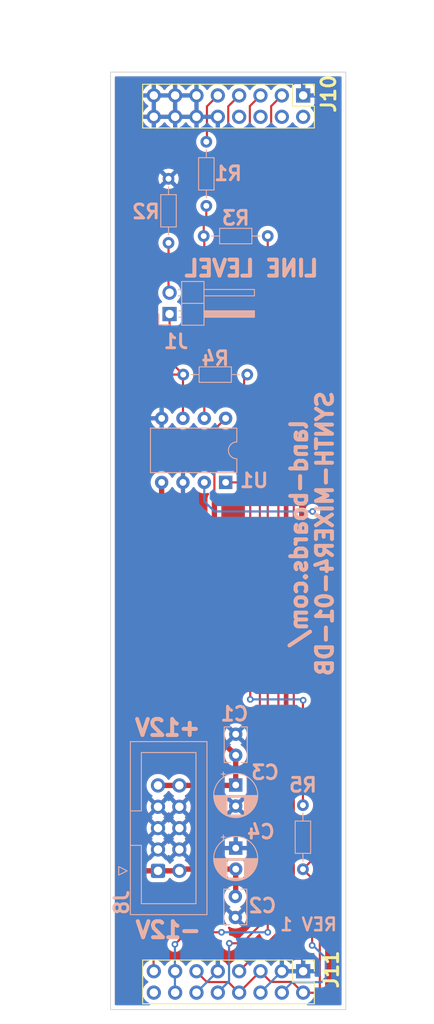
<source format=kicad_pcb>
(kicad_pcb (version 20211014) (generator pcbnew)
  (title_block (title "SYNTH-MIXER6-01") (date "2022-09-30") (rev "1") (company "LAND BOARDS, LLC"))
  (layers (0 "F.Cu" signal) (31 "B.Cu" signal) (34 "B.Paste" user) (35 "F.Paste" user) (36 "B.SilkS" user "B.Silkscreen") (37 "F.SilkS" user "F.Silkscreen") (38 "B.Mask" user) (39 "F.Mask" user) (44 "Edge.Cuts" user))
  (net 0 "")
  (net 1 "GND")
  (net 2 "Net-(J1-Pad2)")
  (net 6 "+12V")
  (net 7 "-12V")
  (net 8 "/OUT")
  (net 9 "/POTWIPER_1")
  (net 10 "/VOL2")
  (net 11 "/VOL1")
  (net 12 "Net-(R4-Pad1)")
  (net 13 "/VO")
  (net 14 "/VI_2")
  (net 15 "/VI_3")
  (net 16 "/VI_4")
  (footprint "Connector_PinHeader_2.54mm:PinHeader_2x08_P2.54mm_Vertical" (layer "F.Cu") (at 24.0284 115.443 -90)
    (fp_text reference "J11" (at -0.2032 -3.3528 90) (layer "F.SilkS") (effects (font (size 1.651 1.651) (thickness 0.34925))))
    (fp_text value "HEADER, 2X8")
    (fp_line (start -1.33 1.27) (end -1.33 19.11) (layer "F.SilkS") (width 0.12))
    (fp_line (start -1.33 19.11) (end 3.87 19.11) (layer "F.SilkS") (width 0.12))
    (fp_line (start -1.33 1.27) (end 1.27 1.27) (layer "F.SilkS") (width 0.12))
    (fp_line (start 1.27 -1.33) (end 3.87 -1.33) (layer "F.SilkS") (width 0.12))
    (fp_line (start -1.33 -1.33) (end 0 -1.33) (layer "F.SilkS") (width 0.12))
    (fp_line (start -1.33 0) (end -1.33 -1.33) (layer "F.SilkS") (width 0.12))
    (fp_line (start 3.87 -1.33) (end 3.87 19.11) (layer "F.SilkS") (width 0.12))
    (fp_line (start 1.27 1.27) (end 1.27 -1.33) (layer "F.SilkS") (width 0.12))
    (pad "1" thru_hole rect (at 0 0 270) (size 1.7 1.7) (drill 1) (layers *.Cu *.Mask) (net 1 "GND"))
    (pad "2" thru_hole oval (at 2.54 0 270) (size 1.7 1.7) (drill 1) (layers *.Cu *.Mask) (net 9 "/POTWIPER_1"))
    (pad "3" thru_hole oval (at 0 2.54 270) (size 1.7 1.7) (drill 1) (layers *.Cu *.Mask) (net 1 "GND"))
    (pad "4" thru_hole oval (at 2.54 2.54 270) (size 1.7 1.7) (drill 1) (layers *.Cu *.Mask) (net 14 "/VI_2"))
    (pad "5" thru_hole oval (at 0 5.08 270) (size 1.7 1.7) (drill 1) (layers *.Cu *.Mask) (net 9 "/POTWIPER_1"))
    (pad "6" thru_hole oval (at 2.54 5.08 270) (size 1.7 1.7) (drill 1) (layers *.Cu *.Mask) (net 1 "GND"))
    (pad "7" thru_hole oval (at 0 7.62 270) (size 1.7 1.7) (drill 1) (layers *.Cu *.Mask) (net 15 "/VI_3"))
    (pad "8" thru_hole oval (at 2.54 7.62 270) (size 1.7 1.7) (drill 1) (layers *.Cu *.Mask) (net 9 "/POTWIPER_1"))
    (pad "9" thru_hole oval (at 0 10.16 270) (size 1.7 1.7) (drill 1) (layers *.Cu *.Mask) (net 1 "GND"))
    (pad "10" thru_hole oval (at 2.54 10.16 270) (size 1.7 1.7) (drill 1) (layers *.Cu *.Mask) (net 16 "/VI_4"))
    (pad "11" thru_hole oval (at 0 12.7 270) (size 1.7 1.7) (drill 1) (layers *.Cu *.Mask) (net 9 "/POTWIPER_1"))
    (pad "12" thru_hole oval (at 2.54 12.7 270) (size 1.7 1.7) (drill 1) (layers *.Cu *.Mask) (net 1 "GND"))
    (pad "13" thru_hole oval (at 0 15.24 270) (size 1.7 1.7) (drill 1) (layers *.Cu *.Mask) (net 11 "/VOL1"))
    (pad "14" thru_hole oval (at 2.54 15.24 270) (size 1.7 1.7) (drill 1) (layers *.Cu *.Mask) (net 11 "/VOL1"))
    (pad "15" thru_hole oval (at 0 17.78 270) (size 1.7 1.7) (drill 1) (layers *.Cu *.Mask) (net 10 "/VOL2"))
    (pad "16" thru_hole oval (at 2.54 17.78 270) (size 1.7 1.7) (drill 1) (layers *.Cu *.Mask))
  )
  (footprint "Connector_PinHeader_2.54mm:PinHeader_2x08_P2.54mm_Vertical" (layer "F.Cu") (at 24.0284 11.2776 -90)
    (fp_text reference "J10" (at -0.2032 -3.0226 90) (layer "F.SilkS") (effects (font (size 1.651 1.651) (thickness 0.34925))))
    (fp_text value "HEADER, 2X8")
    (fp_line (start -1.33 19.11) (end 3.87 19.11) (layer "F.SilkS") (width 0.12))
    (fp_line (start -1.33 1.27) (end -1.33 19.11) (layer "F.SilkS") (width 0.12))
    (fp_line (start 3.87 -1.33) (end 3.87 19.11) (layer "F.SilkS") (width 0.12))
    (fp_line (start -1.33 -1.33) (end 0 -1.33) (layer "F.SilkS") (width 0.12))
    (fp_line (start 1.27 -1.33) (end 3.87 -1.33) (layer "F.SilkS") (width 0.12))
    (fp_line (start -1.33 1.27) (end 1.27 1.27) (layer "F.SilkS") (width 0.12))
    (fp_line (start -1.33 0) (end -1.33 -1.33) (layer "F.SilkS") (width 0.12))
    (fp_line (start 1.27 1.27) (end 1.27 -1.33) (layer "F.SilkS") (width 0.12))
    (pad "1" thru_hole rect (at 0 0 270) (size 1.7 1.7) (drill 1) (layers *.Cu *.Mask) (net 1 "GND"))
    (pad "2" thru_hole oval (at 2.54 0 270) (size 1.7 1.7) (drill 1) (layers *.Cu *.Mask))
    (pad "3" thru_hole oval (at 0 2.54 270) (size 1.7 1.7) (drill 1) (layers *.Cu *.Mask) (net 14 "/VI_2"))
    (pad "4" thru_hole oval (at 2.54 2.54 270) (size 1.7 1.7) (drill 1) (layers *.Cu *.Mask))
    (pad "5" thru_hole oval (at 0 5.08 270) (size 1.7 1.7) (drill 1) (layers *.Cu *.Mask) (net 15 "/VI_3"))
    (pad "6" thru_hole oval (at 2.54 5.08 270) (size 1.7 1.7) (drill 1) (layers *.Cu *.Mask))
    (pad "7" thru_hole oval (at 0 7.62 270) (size 1.7 1.7) (drill 1) (layers *.Cu *.Mask) (net 16 "/VI_4"))
    (pad "8" thru_hole oval (at 2.54 7.62 270) (size 1.7 1.7) (drill 1) (layers *.Cu *.Mask))
    (pad "9" thru_hole oval (at 0 10.16 270) (size 1.7 1.7) (drill 1) (layers *.Cu *.Mask) (net 8 "/OUT"))
    (pad "10" thru_hole oval (at 2.54 10.16 270) (size 1.7 1.7) (drill 1) (layers *.Cu *.Mask) (net 1 "GND"))
    (pad "11" thru_hole oval (at 0 12.7 270) (size 1.7 1.7) (drill 1) (layers *.Cu *.Mask) (net 1 "GND"))
    (pad "12" thru_hole oval (at 2.54 12.7 270) (size 1.7 1.7) (drill 1) (layers *.Cu *.Mask) (net 1 "GND"))
    (pad "13" thru_hole oval (at 0 15.24 270) (size 1.7 1.7) (drill 1) (layers *.Cu *.Mask) (net 1 "GND"))
    (pad "14" thru_hole oval (at 2.54 15.24 270) (size 1.7 1.7) (drill 1) (layers *.Cu *.Mask) (net 1 "GND"))
    (pad "15" thru_hole oval (at 0 17.78 270) (size 1.7 1.7) (drill 1) (layers *.Cu *.Mask) (net 1 "GND"))
    (pad "16" thru_hole oval (at 2.54 17.78 270) (size 1.7 1.7) (drill 1) (layers *.Cu *.Mask) (net 1 "GND"))
  )
  (footprint "Connector_IDC:IDC-Header_2x05_P2.54mm_Vertical" (layer "B.Cu") (at 6.7475 103.5)
    (fp_text reference "J8" (at -4.3345 3.7642 270) (layer "B.SilkS") (effects (font (size 1.651 1.651) (thickness 0.34925)) (justify mirror)))
    (fp_text value "Conn_02x05")
    (fp_line (start -3.29 -15.37) (end -3.29 5.21) (layer "B.SilkS") (width 0.12))
    (fp_line (start 5.83 5.21) (end 5.83 -15.37) (layer "B.SilkS") (width 0.12))
    (fp_line (start 4.52 -14.07) (end -1.98 -14.07) (layer "B.SilkS") (width 0.12))
    (fp_line (start -1.98 3.91) (end 4.52 3.91) (layer "B.SilkS") (width 0.12))
    (fp_line (start 5.83 -15.37) (end -3.29 -15.37) (layer "B.SilkS") (width 0.12))
    (fp_line (start -3.68 0) (end -4.68 0.5) (layer "B.SilkS") (width 0.12))
    (fp_line (start -3.29 5.21) (end 5.83 5.21) (layer "B.SilkS") (width 0.12))
    (fp_line (start -1.98 -7.13) (end -3.29 -7.13) (layer "B.SilkS") (width 0.12))
    (fp_line (start -4.68 0.5) (end -4.68 -0.5) (layer "B.SilkS") (width 0.12))
    (fp_line (start -4.68 -0.5) (end -3.68 0) (layer "B.SilkS") (width 0.12))
    (fp_line (start -1.98 -14.07) (end -1.98 -7.13) (layer "B.SilkS") (width 0.12))
    (fp_line (start 4.52 3.91) (end 4.52 -14.07) (layer "B.SilkS") (width 0.12))
    (fp_line (start -1.98 -3.03) (end -1.98 3.91) (layer "B.SilkS") (width 0.12))
    (fp_line (start -3.29 -3.03) (end -1.98 -3.03) (layer "B.SilkS") (width 0.12))
    (fp_line (start -1.98 -7.13) (end -1.98 -7.13) (layer "B.SilkS") (width 0.12))
    (pad "1" thru_hole roundrect (at 0 0) (size 1.7 1.7) (drill 1) (layers *.Cu *.Mask) (roundrect_rratio 0.1470588235) (net 7 "-12V"))
    (pad "2" thru_hole circle (at 2.54 0) (size 1.7 1.7) (drill 1) (layers *.Cu *.Mask) (net 7 "-12V"))
    (pad "3" thru_hole circle (at 0 -2.54) (size 1.7 1.7) (drill 1) (layers *.Cu *.Mask) (net 1 "GND"))
    (pad "4" thru_hole circle (at 2.54 -2.54) (size 1.7 1.7) (drill 1) (layers *.Cu *.Mask) (net 1 "GND"))
    (pad "5" thru_hole circle (at 0 -5.08) (size 1.7 1.7) (drill 1) (layers *.Cu *.Mask) (net 1 "GND"))
    (pad "6" thru_hole circle (at 2.54 -5.08) (size 1.7 1.7) (drill 1) (layers *.Cu *.Mask) (net 1 "GND"))
    (pad "7" thru_hole circle (at 0 -7.62) (size 1.7 1.7) (drill 1) (layers *.Cu *.Mask) (net 1 "GND"))
    (pad "8" thru_hole circle (at 2.54 -7.62) (size 1.7 1.7) (drill 1) (layers *.Cu *.Mask) (net 1 "GND"))
    (pad "9" thru_hole circle (at 0 -10.16) (size 1.7 1.7) (drill 1) (layers *.Cu *.Mask) (net 6 "+12V"))
    (pad "10" thru_hole circle (at 2.54 -10.16) (size 1.7 1.7) (drill 1) (layers *.Cu *.Mask) (net 6 "+12V"))
  )
  (footprint "Resistor_THT:R_Axial_DIN0204_L3.6mm_D1.6mm_P7.62mm_Horizontal" (layer "B.Cu") (at 12.5 24.4094 90)
    (fp_text reference "R1" (at 3.8456 2.5876 180) (layer "B.SilkS") (effects (font (size 1.651 1.651) (thickness 0.34925)) (justify mirror)))
    (fp_text value "1K")
    (fp_line (start 5.73 0.92) (end 1.89 0.92) (layer "B.SilkS") (width 0.12))
    (fp_line (start 1.89 0.92) (end 1.89 -0.92) (layer "B.SilkS") (width 0.12))
    (fp_line (start 6.68 0) (end 5.73 0) (layer "B.SilkS") (width 0.12))
    (fp_line (start 0.94 0) (end 1.89 0) (layer "B.SilkS") (width 0.12))
    (fp_line (start 5.73 -0.92) (end 5.73 0.92) (layer "B.SilkS") (width 0.12))
    (fp_line (start 1.89 -0.92) (end 5.73 -0.92) (layer "B.SilkS") (width 0.12))
    (pad "1" thru_hole circle (at 0 0 90) (size 1.4 1.4) (drill 0.7) (layers *.Cu *.Mask) (net 13 "/VO"))
    (pad "2" thru_hole oval (at 7.62 0 90) (size 1.4 1.4) (drill 0.7) (layers *.Cu *.Mask) (net 8 "/OUT"))
  )
  (footprint "Capacitor_THT:CP_Radial_D5.0mm_P2.50mm" (layer "B.Cu") (at 16 93.294888 -90)
    (fp_text reference "C3" (at -1.5 -3.5 180) (layer "B.SilkS") (effects (font (size 1.651 1.651) (thickness 0.34925)) (justify mirror)))
    (fp_text value "10uF")
    (fp_line (start -1.554775 1.475) (end -1.054775 1.475) (layer "B.SilkS") (width 0.12))
    (fp_line (start 3.011 -1.04) (end 3.011 -1.901) (layer "B.SilkS") (width 0.12))
    (fp_line (start 2.651 2.175) (end 2.651 1.04) (layer "B.SilkS") (width 0.12))
    (fp_line (start 2.771 2.095) (end 2.771 1.04) (layer "B.SilkS") (width 0.12))
    (fp_line (start 2.931 1.971) (end 2.931 1.04) (layer "B.SilkS") (width 0.12))
    (fp_line (start 1.33 2.579) (end 1.33 -2.579) (layer "B.SilkS") (width 0.12))
    (fp_line (start 1.37 2.578) (end 1.37 -2.578) (layer "B.SilkS") (width 0.12))
    (fp_line (start 1.73 2.536) (end 1.73 1.04) (layer "B.SilkS") (width 0.12))
    (fp_line (start 3.651 1.011) (end 3.651 -1.011) (layer "B.SilkS") (width 0.12))
    (fp_line (start 3.611 1.098) (end 3.611 -1.098) (layer "B.SilkS") (width 0.12))
    (fp_line (start 3.571 1.178) (end 3.571 -1.178) (layer "B.SilkS") (width 0.12))
    (fp_line (start 1.85 2.511) (end 1.85 1.04) (layer "B.SilkS") (width 0.12))
    (fp_line (start 3.291 1.605) (end 3.291 1.04) (layer "B.SilkS") (width 0.12))
    (fp_line (start 3.411 1.443) (end 3.411 1.04) (layer "B.SilkS") (width 0.12))
    (fp_line (start 3.291 -1.04) (end 3.291 -1.605) (layer "B.SilkS") (width 0.12))
    (fp_line (start 2.051 -1.04) (end 2.051 -2.455) (layer "B.SilkS") (width 0.12))
    (fp_line (start 2.131 -1.04) (end 2.131 -2.428) (layer "B.SilkS") (width 0.12))
    (fp_line (start 3.051 -1.04) (end 3.051 -1.864) (layer "B.SilkS") (width 0.12))
    (fp_line (start 3.731 0.805) (end 3.731 -0.805) (layer "B.SilkS") (width 0.12))
    (fp_line (start 2.331 2.348) (end 2.331 1.04) (layer "B.SilkS") (width 0.12))
    (fp_line (start 1.41 2.576) (end 1.41 -2.576) (layer "B.SilkS") (width 0.12))
    (fp_line (start 2.891 -1.04) (end 2.891 -2.004) (layer "B.SilkS") (width 0.12))
    (fp_line (start 2.451 2.29) (end 2.451 1.04) (layer "B.SilkS") (width 0.12))
    (fp_line (start 2.891 2.004) (end 2.891 1.04) (layer "B.SilkS") (width 0.12))
    (fp_line (start 3.691 0.915) (end 3.691 -0.915) (layer "B.SilkS") (width 0.12))
    (fp_line (start 3.491 -1.04) (end 3.491 -1.319) (layer "B.SilkS") (width 0.12))
    (fp_line (start 2.331 -1.04) (end 2.331 -2.348) (layer "B.SilkS") (width 0.12))
    (fp_line (start 2.571 -1.04) (end 2.571 -2.224) (layer "B.SilkS") (width 0.12))
    (fp_line (start 1.971 -1.04) (end 1.971 -2.48) (layer "B.SilkS") (width 0.12))
    (fp_line (start 3.411 -1.04) (end 3.411 -1.443) (layer "B.SilkS") (width 0.12))
    (fp_line (start 3.531 -1.04) (end 3.531 -1.251) (layer "B.SilkS") (width 0.12))
    (fp_line (start 2.411 2.31) (end 2.411 1.04) (layer "B.SilkS") (width 0.12))
    (fp_line (start 2.451 -1.04) (end 2.451 -2.29) (layer "B.SilkS") (width 0.12))
    (fp_line (start 2.171 2.414) (end 2.171 1.04) (layer "B.SilkS") (width 0.12))
    (fp_line (start 1.81 2.52) (end 1.81 1.04) (layer "B.SilkS") (width 0.12))
    (fp_line (start 3.331 -1.04) (end 3.331 -1.554) (layer "B.SilkS") (width 0.12))
    (fp_line (start 2.971 -1.04) (end 2.971 -1.937) (layer "B.SilkS") (width 0.12))
    (fp_line (start 3.491 1.319) (end 3.491 1.04) (layer "B.SilkS") (width 0.12))
    (fp_line (start 3.531 1.251) (end 3.531 1.04) (layer "B.SilkS") (width 0.12))
    (fp_line (start 3.131 -1.04) (end 3.131 -1.785) (layer "B.SilkS") (width 0.12))
    (fp_line (start 2.091 -1.04) (end 2.091 -2.442) (layer "B.SilkS") (width 0.12))
    (fp_line (start 2.411 -1.04) (end 2.411 -2.31) (layer "B.SilkS") (width 0.12))
    (fp_line (start 2.811 -1.04) (end 2.811 -2.065) (layer "B.SilkS") (width 0.12))
    (fp_line (start 1.81 -1.04) (end 1.81 -2.52) (layer "B.SilkS") (width 0.12))
    (fp_line (start 3.771 0.677) (end 3.771 -0.677) (layer "B.SilkS") (width 0.12))
    (fp_line (start 2.531 -1.04) (end 2.531 -2.247) (layer "B.SilkS") (width 0.12))
    (fp_line (start 2.291 -1.04) (end 2.291 -2.365) (layer "B.SilkS") (width 0.12))
    (fp_line (start 2.851 2.035) (end 2.851 1.04) (layer "B.SilkS") (width 0.12))
    (fp_line (start 2.491 -1.04) (end 2.491 -2.268) (layer "B.SilkS") (width 0.12))
    (fp_line (start 2.251 -1.04) (end 2.251 -2.382) (layer "B.SilkS") (width 0.12))
    (fp_line (start 3.051 1.864) (end 3.051 1.04) (layer "B.SilkS") (width 0.12))
    (fp_line (start 2.531 2.247) (end 2.531 1.04) (layer "B.SilkS") (width 0.12))
    (fp_line (start 2.291 2.365) (end 2.291 1.04) (layer "B.SilkS") (width 0.12))
    (fp_line (start 2.091 2.442) (end 2.091 1.04) (layer "B.SilkS") (width 0.12))
    (fp_line (start 1.61 -1.04) (end 1.61 -2.556) (layer "B.SilkS") (width 0.12))
    (fp_line (start 2.491 2.268) (end 2.491 1.04) (layer "B.SilkS") (width 0.12))
    (fp_line (start 3.211 1.699) (end 3.211 1.04) (layer "B.SilkS") (width 0.12))
    (fp_line (start 2.051 2.455) (end 2.051 1.04) (layer "B.SilkS") (width 0.12))
    (fp_line (start 3.171 -1.04) (end 3.171 -1.743) (layer "B.SilkS") (width 0.12))
    (fp_line (start -1.304775 1.725) (end -1.304775 1.225) (layer "B.SilkS") (width 0.12))
    (fp_line (start 2.691 2.149) (end 2.691 1.04) (layer "B.SilkS") (width 0.12))
    (fp_line (start 1.65 2.55) (end 1.65 1.04) (layer "B.SilkS") (width 0.12))
    (fp_line (start 2.851 -1.04) (end 2.851 -2.035) (layer "B.SilkS") (width 0.12))
    (fp_line (start 2.611 -1.04) (end 2.611 -2.2) (layer "B.SilkS") (width 0.12))
    (fp_line (start 1.65 -1.04) (end 1.65 -2.55) (layer "B.SilkS") (width 0.12))
    (fp_line (start 3.251 1.653) (end 3.251 1.04) (layer "B.SilkS") (width 0.12))
    (fp_line (start 1.61 2.556) (end 1.61 1.04) (layer "B.SilkS") (width 0.12))
    (fp_line (start 3.091 -1.04) (end 3.091 -1.826) (layer "B.SilkS") (width 0.12))
    (fp_line (start 2.251 2.382) (end 2.251 1.04) (layer "B.SilkS") (width 0.12))
    (fp_line (start 1.85 -1.04) (end 1.85 -2.511) (layer "B.SilkS") (width 0.12))
    (fp_line (start 1.69 2.543) (end 1.69 1.04) (layer "B.SilkS") (width 0.12))
    (fp_line (start 3.851 0.284) (end 3.851 -0.284) (layer "B.SilkS") (width 0.12))
    (fp_line (start 2.731 -1.04) (end 2.731 -2.122) (layer "B.SilkS") (width 0.12))
    (fp_line (start 2.131 2.428) (end 2.131 1.04) (layer "B.SilkS") (width 0.12))
    (fp_line (start 1.25 2.58) (end 1.25 -2.58) (layer "B.SilkS") (width 0.12))
    (fp_line (start 2.811 2.065) (end 2.811 1.04) (layer "B.SilkS") (width 0.12))
    (fp_line (start 3.451 1.383) (end 3.451 1.04) (layer "B.SilkS") (width 0.12))
    (fp_line (start 1.89 2.501) (end 1.89 1.04) (layer "B.SilkS") (width 0.12))
    (fp_line (start 2.731 2.122) (end 2.731 1.04) (layer "B.SilkS") (width 0.12))
    (fp_line (start 3.011 1.901) (end 3.011 1.04) (layer "B.SilkS") (width 0.12))
    (fp_line (start 1.53 2.565) (end 1.53 1.04) (layer "B.SilkS") (width 0.12))
    (fp_line (start 3.091 1.826) (end 3.091 1.04) (layer "B.SilkS") (width 0.12))
    (fp_line (start 2.771 -1.04) (end 2.771 -2.095) (layer "B.SilkS") (width 0.12))
    (fp_line (start 1.69 -1.04) (end 1.69 -2.543) (layer "B.SilkS") (width 0.12))
    (fp_line (start 2.211 -1.04) (end 2.211 -2.398) (layer "B.SilkS") (width 0.12))
    (fp_line (start 2.651 -1.04) (end 2.651 -2.175) (layer "B.SilkS") (width 0.12))
    (fp_line (start 2.011 2.468) (end 2.011 1.04) (layer "B.SilkS") (width 0.12))
    (fp_line (start 2.011 -1.04) (end 2.011 -2.468) (layer "B.SilkS") (width 0.12))
    (fp_line (start 2.371 2.329) (end 2.371 1.04) (layer "B.SilkS") (width 0.12))
    (fp_line (start 1.49 -1.04) (end 1.49 -2.569) (layer "B.SilkS") (width 0.12))
    (fp_line (start 1.29 2.58) (end 1.29 -2.58) (layer "B.SilkS") (width 0.12))
    (fp_line (start 2.971 1.937) (end 2.971 1.04) (layer "B.SilkS") (width 0.12))
    (fp_line (start 1.73 -1.04) (end 1.73 -2.536) (layer "B.SilkS") (width 0.12))
    (fp_line (start 1.57 2.561) (end 1.57 1.04) (layer "B.SilkS") (width 0.12))
    (fp_line (start 1.49 2.569) (end 1.49 1.04) (layer "B.SilkS") (width 0.12))
    (fp_line (start 2.171 -1.04) (end 2.171 -2.414) (layer "B.SilkS") (width 0.12))
    (fp_line (start 1.45 2.573) (end 1.45 -2.573) (layer "B.SilkS") (width 0.12))
    (fp_line (start 3.371 -1.04) (end 3.371 -1.5) (layer "B.SilkS") (width 0.12))
    (fp_line (start 2.211 2.398) (end 2.211 1.04) (layer "B.SilkS") (width 0.12))
    (fp_line (start 2.571 2.224) (end 2.571 1.04) (layer "B.SilkS") (width 0.12))
    (fp_line (start 2.931 -1.04) (end 2.931 -1.971) (layer "B.SilkS") (width 0.12))
    (fp_line (start 3.371 1.5) (end 3.371 1.04) (layer "B.SilkS") (width 0.12))
    (fp_line (start 2.691 -1.04) (end 2.691 -2.149) (layer "B.SilkS") (width 0.12))
    (fp_line (start 1.93 -1.04) (end 1.93 -2.491) (layer "B.SilkS") (width 0.12))
    (fp_line (start 1.77 2.528) (end 1.77 1.04) (layer "B.SilkS") (width 0.12))
    (fp_line (start 1.57 -1.04) (end 1.57 -2.561) (layer "B.SilkS") (width 0.12))
    (fp_line (start 1.971 2.48) (end 1.971 1.04) (layer "B.SilkS") (width 0.12))
    (fp_line (start 3.211 -1.04) (end 3.211 -1.699) (layer "B.SilkS") (width 0.12))
    (fp_line (start 2.611 2.2) (end 2.611 1.04) (layer "B.SilkS") (width 0.12))
    (fp_line (start 3.451 -1.04) (end 3.451 -1.383) (layer "B.SilkS") (width 0.12))
    (fp_line (start 3.331 1.554) (end 3.331 1.04) (layer "B.SilkS") (width 0.12))
    (fp_line (start 3.811 0.518) (end 3.811 -0.518) (layer "B.SilkS") (width 0.12))
    (fp_line (start 1.77 -1.04) (end 1.77 -2.528) (layer "B.SilkS") (width 0.12))
    (fp_line (start 3.171 1.743) (end 3.171 1.04) (layer "B.SilkS") (width 0.12))
    (fp_line (start 1.93 2.491) (end 1.93 1.04) (layer "B.SilkS") (width 0.12))
    (fp_line (start 3.131 1.785) (end 3.131 1.04) (layer "B.SilkS") (width 0.12))
    (fp_line (start 1.53 -1.04) (end 1.53 -2.565) (layer "B.SilkS") (width 0.12))
    (fp_line (start 3.251 -1.04) (end 3.251 -1.653) (layer "B.SilkS") (width 0.12))
    (fp_line (start 2.371 -1.04) (end 2.371 -2.329) (layer "B.SilkS") (width 0.12))
    (fp_line (start 1.89 -1.04) (end 1.89 -2.501) (layer "B.SilkS") (width 0.12))
    (fp_circle (center 1.25 0) (end 3.87 0) (layer "B.SilkS") (width 0.12) (fill none))
    (pad "1" thru_hole rect (at 0 0 270) (size 1.6 1.6) (drill 0.8) (layers *.Cu *.Mask) (net 6 "+12V"))
    (pad "2" thru_hole circle (at 2.5 0 270) (size 1.6 1.6) (drill 0.8) (layers *.Cu *.Mask) (net 1 "GND"))
  )
  (footprint "Package_DIP:DIP-8_W7.62mm" (layer "B.Cu") (at 14.8 57.3 90)
    (fp_text reference "U1" (at 0.2262 3.3864) (layer "B.SilkS") (effects (font (size 1.651 1.651) (thickness 0.34925)) (justify mirror)))
    (fp_text value "TL072")
    (fp_line (start 1.16 1.33) (end 1.16 -8.95) (layer "B.SilkS") (width 0.12))
    (fp_line (start 1.16 -8.95) (end 6.46 -8.95) (layer "B.SilkS") (width 0.12))
    (fp_line (start 6.46 -8.95) (end 6.46 1.33) (layer "B.SilkS") (width 0.12))
    (fp_line (start 6.46 1.33) (end 4.81 1.33) (layer "B.SilkS") (width 0.12))
    (fp_line (start 2.81 1.33) (end 1.16 1.33) (layer "B.SilkS") (width 0.12))
    (fp_arc (start 2.81 1.33) (mid 3.81 0.33) (end 4.81 1.33) (layer "B.SilkS") (width 0.12))
    (pad "1" thru_hole rect (at 0 0 90) (size 1.6 1.6) (drill 0.8) (layers *.Cu *.Mask) (net 12 "Net-(R4-Pad1)"))
    (pad "2" thru_hole oval (at 0 -2.54 90) (size 1.6 1.6) (drill 0.8) (layers *.Cu *.Mask) (net 9 "/POTWIPER_1"))
    (pad "3" thru_hole oval (at 0 -5.08 90) (size 1.6 1.6) (drill 0.8) (layers *.Cu *.Mask) (net 1 "GND"))
    (pad "4" thru_hole oval (at 0 -7.62 90) (size 1.6 1.6) (drill 0.8) (layers *.Cu *.Mask) (net 7 "-12V"))
    (pad "5" thru_hole oval (at 7.62 -7.62 90) (size 1.6 1.6) (drill 0.8) (layers *.Cu *.Mask) (net 1 "GND"))
    (pad "6" thru_hole oval (at 7.62 -5.08 90) (size 1.6 1.6) (drill 0.8) (layers *.Cu *.Mask) (net 10 "/VOL2"))
    (pad "7" thru_hole oval (at 7.62 -2.54 90) (size 1.6 1.6) (drill 0.8) (layers *.Cu *.Mask) (net 13 "/VO"))
    (pad "8" thru_hole oval (at 7.62 0 90) (size 1.6 1.6) (drill 0.8) (layers *.Cu *.Mask) (net 6 "+12V"))
  )
  (footprint "Resistor_THT:R_Axial_DIN0204_L3.6mm_D1.6mm_P7.62mm_Horizontal" (layer "B.Cu") (at 24 103.31 90)
    (fp_text reference "R5" (at 10.0158 0.003 180) (layer "B.SilkS") (effects (font (size 1.651 1.651) (thickness 0.34925)) (justify mirror)))
    (fp_text value "100K")
    (fp_line (start 6.68 0) (end 5.73 0) (layer "B.SilkS") (width 0.12))
    (fp_line (start 1.89 -0.92) (end 5.73 -0.92) (layer "B.SilkS") (width 0.12))
    (fp_line (start 5.73 0.92) (end 1.89 0.92) (layer "B.SilkS") (width 0.12))
    (fp_line (start 0.94 0) (end 1.89 0) (layer "B.SilkS") (width 0.12))
    (fp_line (start 5.73 -0.92) (end 5.73 0.92) (layer "B.SilkS") (width 0.12))
    (fp_line (start 1.89 0.92) (end 1.89 -0.92) (layer "B.SilkS") (width 0.12))
    (pad "1" thru_hole circle (at 0 0 90) (size 1.4 1.4) (drill 0.7) (layers *.Cu *.Mask) (net 9 "/POTWIPER_1"))
    (pad "2" thru_hole oval (at 7.62 0 90) (size 1.4 1.4) (drill 0.7) (layers *.Cu *.Mask) (net 12 "Net-(R4-Pad1)"))
  )
  (footprint "Capacitor_THT:C_Rect_L4.0mm_W2.5mm_P2.50mm" (layer "B.Cu") (at 16 89.75 90)
    (fp_text reference "C1" (at 4.914 -0.1504 180) (layer "B.SilkS") (effects (font (size 1.651 1.651) (thickness 0.34925)) (justify mirror)))
    (fp_text value "0.1uF")
    (fp_line (start -0.87 -1.37) (end 3.37 -1.37) (layer "B.SilkS") (width 0.12))
    (fp_line (start -0.87 1.37) (end 3.37 1.37) (layer "B.SilkS") (width 0.12))
    (fp_line (start 3.37 -0.665) (end 3.37 -1.37) (layer "B.SilkS") (width 0.12))
    (fp_line (start -0.87 1.37) (end -0.87 0.665) (layer "B.SilkS") (width 0.12))
    (fp_line (start 3.37 1.37) (end 3.37 0.665) (layer "B.SilkS") (width 0.12))
    (fp_line (start -0.87 -0.665) (end -0.87 -1.37) (layer "B.SilkS") (width 0.12))
    (pad "1" thru_hole circle (at 0 0 90) (size 1.6 1.6) (drill 0.8) (layers *.Cu *.Mask) (net 6 "+12V"))
    (pad "2" thru_hole circle (at 2.5 0 90) (size 1.6 1.6) (drill 0.8) (layers *.Cu *.Mask) (net 1 "GND"))
  )
  (footprint "Connector_PinHeader_2.54mm:PinHeader_1x02_P2.54mm_Horizontal" (layer "B.Cu") (at 8.125 37.275)
    (fp_text reference "J1" (at 0.765 3.2634) (layer "B.SilkS") (effects (font (size 1.651 1.651) (thickness 0.34925)) (justify mirror)))
    (fp_text value "Conn_01x02")
    (fp_line (start 1.44 -1.27) (end 4.1 -1.27) (layer "B.SilkS") (width 0.12))
    (fp_line (start 1.11 -0.38) (end 1.44 -0.38) (layer "B.SilkS") (width 0.12))
    (fp_line (start 4.1 1.33) (end 1.44 1.33) (layer "B.SilkS") (width 0.12))
    (fp_line (start 1.44 1.33) (end 1.44 -3.87) (layer "B.SilkS") (width 0.12))
    (fp_line (start 10.1 -2.16) (end 10.1 -2.92) (layer "B.SilkS") (width 0.12))
    (fp_line (start 1.11 0.38) (end 1.44 0.38) (layer "B.SilkS") (width 0.12))
    (fp_line (start 10.1 -0.38) (end 4.1 -0.38) (layer "B.SilkS") (width 0.12))
    (fp_line (start 1.042929 -2.16) (end 1.44 -2.16) (layer "B.SilkS") (width 0.12))
    (fp_line (start 10.1 0.38) (end 10.1 -0.38) (layer "B.SilkS") (width 0.12))
    (fp_line (start 1.042929 -2.92) (end 1.44 -2.92) (layer "B.SilkS") (width 0.12))
    (fp_line (start -1.27 1.27) (end 0 1.27) (layer "B.SilkS") (width 0.12))
    (fp_line (start 4.1 -3.87) (end 4.1 1.33) (layer "B.SilkS") (width 0.12))
    (fp_line (start 4.1 -0.28) (end 10.1 -0.28) (layer "B.SilkS") (width 0.12))
    (fp_line (start 4.1 -0.04) (end 10.1 -0.04) (layer "B.SilkS") (width 0.12))
    (fp_line (start 1.44 -3.87) (end 4.1 -3.87) (layer "B.SilkS") (width 0.12))
    (fp_line (start 4.1 0.32) (end 10.1 0.32) (layer "B.SilkS") (width 0.12))
    (fp_line (start 4.1 0.2) (end 10.1 0.2) (layer "B.SilkS") (width 0.12))
    (fp_line (start 4.1 0.38) (end 10.1 0.38) (layer "B.SilkS") (width 0.12))
    (fp_line (start 4.1 0.08) (end 10.1 0.08) (layer "B.SilkS") (width 0.12))
    (fp_line (start 10.1 -2.92) (end 4.1 -2.92) (layer "B.SilkS") (width 0.12))
    (fp_line (start 4.1 -2.16) (end 10.1 -2.16) (layer "B.SilkS") (width 0.12))
    (fp_line (start 4.1 -0.16) (end 10.1 -0.16) (layer "B.SilkS") (width 0.12))
    (fp_line (start -1.27 0) (end -1.27 1.27) (layer "B.SilkS") (width 0.12))
    (pad "1" thru_hole rect (at 0 0) (size 1.7 1.7) (drill 1) (layers *.Cu *.Mask) (net 10 "/VOL2"))
    (pad "2" thru_hole oval (at 0 -2.54) (size 1.7 1.7) (drill 1) (layers *.Cu *.Mask) (net 2 "Net-(J1-Pad2)"))
  )
  (footprint "Capacitor_THT:C_Rect_L4.0mm_W2.5mm_P2.50mm" (layer "B.Cu") (at 15.9512 109.0476 90)
    (fp_text reference "C2" (at 1.4024 3.2258) (layer "B.SilkS") (effects (font (size 1.651 1.651) (thickness 0.34925)) (justify mirror)))
    (fp_text value "0.1uF")
    (fp_line (start -0.87 1.37) (end -0.87 0.665) (layer "B.SilkS") (width 0.12))
    (fp_line (start 3.37 1.37) (end 3.37 0.665) (layer "B.SilkS") (width 0.12))
    (fp_line (start -0.87 -1.37) (end 3.37 -1.37) (layer "B.SilkS") (width 0.12))
    (fp_line (start -0.87 1.37) (end 3.37 1.37) (layer "B.SilkS") (width 0.12))
    (fp_line (start 3.37 -0.665) (end 3.37 -1.37) (layer "B.SilkS") (width 0.12))
    (fp_line (start -0.87 -0.665) (end -0.87 -1.37) (layer "B.SilkS") (width 0.12))
    (pad "1" thru_hole circle (at 0 0 90) (size 1.6 1.6) (drill 0.8) (layers *.Cu *.Mask) (net 1 "GND"))
    (pad "2" thru_hole circle (at 2.5 0 90) (size 1.6 1.6) (drill 0.8) (layers *.Cu *.Mask) (net 7 "-12V"))
  )
  (footprint "Resistor_THT:R_Axial_DIN0204_L3.6mm_D1.6mm_P7.62mm_Horizontal" (layer "B.Cu") (at 17.3736 44.4754 180)
    (fp_text reference "R4" (at 3.81 1.920011) (layer "B.SilkS") (effects (font (size 1.651 1.651) (thickness 0.34925)) (justify mirror)))
    (fp_text value "22K")
    (fp_line (start 5.73 -0.92) (end 5.73 0.92) (layer "B.SilkS") (width 0.12))
    (fp_line (start 1.89 0.92) (end 1.89 -0.92) (layer "B.SilkS") (width 0.12))
    (fp_line (start 5.73 0.92) (end 1.89 0.92) (layer "B.SilkS") (width 0.12))
    (fp_line (start 0.94 0) (end 1.89 0) (layer "B.SilkS") (width 0.12))
    (fp_line (start 1.89 -0.92) (end 5.73 -0.92) (layer "B.SilkS") (width 0.12))
    (fp_line (start 6.68 0) (end 5.73 0) (layer "B.SilkS") (width 0.12))
    (pad "1" thru_hole circle (at 0 0 180) (size 1.4 1.4) (drill 0.7) (layers *.Cu *.Mask) (net 12 "Net-(R4-Pad1)"))
    (pad "2" thru_hole oval (at 7.62 0 180) (size 1.4 1.4) (drill 0.7) (layers *.Cu *.Mask) (net 10 "/VOL2"))
  )
  (footprint "Resistor_THT:R_Axial_DIN0204_L3.6mm_D1.6mm_P7.62mm_Horizontal" (layer "B.Cu") (at 19.81 28 180)
    (fp_text reference "R3" (at 3.809999 2.1428) (layer "B.SilkS") (effects (font (size 1.651 1.651) (thickness 0.34925)) (justify mirror)))
    (fp_text value "4.7K")
    (fp_line (start 5.73 0.92) (end 1.89 0.92) (layer "B.SilkS") (width 0.12))
    (fp_line (start 6.68 0) (end 5.73 0) (layer "B.SilkS") (width 0.12))
    (fp_line (start 5.73 -0.92) (end 5.73 0.92) (layer "B.SilkS") (width 0.12))
    (fp_line (start 1.89 0.92) (end 1.89 -0.92) (layer "B.SilkS") (width 0.12))
    (fp_line (start 1.89 -0.92) (end 5.73 -0.92) (layer "B.SilkS") (width 0.12))
    (fp_line (start 0.94 0) (end 1.89 0) (layer "B.SilkS") (width 0.12))
    (pad "1" thru_hole circle (at 0 0 180) (size 1.4 1.4) (drill 0.7) (layers *.Cu *.Mask) (net 11 "/VOL1"))
    (pad "2" thru_hole oval (at 7.62 0 180) (size 1.4 1.4) (drill 0.7) (layers *.Cu *.Mask) (net 13 "/VO"))
  )
  (footprint "Resistor_THT:R_Axial_DIN0204_L3.6mm_D1.6mm_P7.62mm_Horizontal" (layer "B.Cu") (at 7.999999 21.190001 -90)
    (fp_text reference "R2" (at 3.905199 2.691399 180) (layer "B.SilkS") (effects (font (size 1.651 1.651) (thickness 0.34925)) (justify mirror)))
    (fp_text value "22K")
    (fp_line (start 0.94 0) (end 1.89 0) (layer "B.SilkS") (width 0.12))
    (fp_line (start 1.89 0.92) (end 1.89 -0.92) (layer "B.SilkS") (width 0.12))
    (fp_line (start 1.89 -0.92) (end 5.73 -0.92) (layer "B.SilkS") (width 0.12))
    (fp_line (start 5.73 0.92) (end 1.89 0.92) (layer "B.SilkS") (width 0.12))
    (fp_line (start 5.73 -0.92) (end 5.73 0.92) (layer "B.SilkS") (width 0.12))
    (fp_line (start 6.68 0) (end 5.73 0) (layer "B.SilkS") (width 0.12))
    (pad "1" thru_hole circle (at 0 0 270) (size 1.4 1.4) (drill 0.7) (layers *.Cu *.Mask) (net 1 "GND"))
    (pad "2" thru_hole oval (at 7.62 0 270) (size 1.4 1.4) (drill 0.7) (layers *.Cu *.Mask) (net 2 "Net-(J1-Pad2)"))
  )
  (footprint "Capacitor_THT:CP_Radial_D5.0mm_P2.50mm" (layer "B.Cu") (at 16 100.794888 -90)
    (fp_text reference "C4" (at -1.938088 -2.9992) (layer "B.SilkS") (effects (font (size 1.651 1.651) (thickness 0.34925)) (justify mirror)))
    (fp_text value "10uF")
    (fp_line (start 2.531 -1.04) (end 2.531 -2.247) (layer "B.SilkS") (width 0.12))
    (fp_line (start 2.651 2.175) (end 2.651 1.04) (layer "B.SilkS") (width 0.12))
    (fp_line (start 2.811 -1.04) (end 2.811 -2.065) (layer "B.SilkS") (width 0.12))
    (fp_line (start 3.731 0.805) (end 3.731 -0.805) (layer "B.SilkS") (width 0.12))
    (fp_line (start 1.69 2.543) (end 1.69 1.04) (layer "B.SilkS") (width 0.12))
    (fp_line (start 2.891 -1.04) (end 2.891 -2.004) (layer "B.SilkS") (width 0.12))
    (fp_line (start 3.331 1.554) (end 3.331 1.04) (layer "B.SilkS") (width 0.12))
    (fp_line (start 2.611 2.2) (end 2.611 1.04) (layer "B.SilkS") (width 0.12))
    (fp_line (start 2.891 2.004) (end 2.891 1.04) (layer "B.SilkS") (width 0.12))
    (fp_line (start 3.291 -1.04) (end 3.291 -1.605) (layer "B.SilkS") (width 0.12))
    (fp_line (start 2.051 2.455) (end 2.051 1.04) (layer "B.SilkS") (width 0.12))
    (fp_line (start 1.57 2.561) (end 1.57 1.04) (layer "B.SilkS") (width 0.12))
    (fp_line (start 3.451 -1.04) (end 3.451 -1.383) (layer "B.SilkS") (width 0.12))
    (fp_line (start 2.211 -1.04) (end 2.211 -2.398) (layer "B.SilkS") (width 0.12))
    (fp_line (start 2.251 2.382) (end 2.251 1.04) (layer "B.SilkS") (width 0.12))
    (fp_line (start 3.011 1.901) (end 3.011 1.04) (layer "B.SilkS") (width 0.12))
    (fp_line (start 2.171 -1.04) (end 2.171 -2.414) (layer "B.SilkS") (width 0.12))
    (fp_line (start 3.491 -1.04) (end 3.491 -1.319) (layer "B.SilkS") (width 0.12))
    (fp_line (start 2.491 -1.04) (end 2.491 -2.268) (layer "B.SilkS") (width 0.12))
    (fp_line (start 1.81 -1.04) (end 1.81 -2.52) (layer "B.SilkS") (width 0.12))
    (fp_line (start 2.571 2.224) (end 2.571 1.04) (layer "B.SilkS") (width 0.12))
    (fp_line (start 3.051 -1.04) (end 3.051 -1.864) (layer "B.SilkS") (width 0.12))
    (fp_line (start 2.131 2.428) (end 2.131 1.04) (layer "B.SilkS") (width 0.12))
    (fp_line (start 1.41 2.576) (end 1.41 -2.576) (layer "B.SilkS") (width 0.12))
    (fp_line (start 1.53 -1.04) (end 1.53 -2.565) (layer "B.SilkS") (width 0.12))
    (fp_line (start 3.011 -1.04) (end 3.011 -1.901) (layer "B.SilkS") (width 0.12))
    (fp_line (start 1.29 2.58) (end 1.29 -2.58) (layer "B.SilkS") (width 0.12))
    (fp_line (start 2.851 2.035) (end 2.851 1.04) (layer "B.SilkS") (width 0.12))
    (fp_line (start 2.291 -1.04) (end 2.291 -2.365) (layer "B.SilkS") (width 0.12))
    (fp_line (start 2.731 2.122) (end 2.731 1.04) (layer "B.SilkS") (width 0.12))
    (fp_line (start 1.45 2.573) (end 1.45 -2.573) (layer "B.SilkS") (width 0.12))
    (fp_line (start 1.69 -1.04) (end 1.69 -2.543) (layer "B.SilkS") (width 0.12))
    (fp_line (start 1.77 -1.04) (end 1.77 -2.528) (layer "B.SilkS") (width 0.12))
    (fp_line (start 1.81 2.52) (end 1.81 1.04) (layer "B.SilkS") (width 0.12))
    (fp_line (start 3.171 1.743) (end 3.171 1.04) (layer "B.SilkS") (width 0.12))
    (fp_line (start 1.49 2.569) (end 1.49 1.04) (layer "B.SilkS") (width 0.12))
    (fp_line (start 1.73 -1.04) (end 1.73 -2.536) (layer "B.SilkS") (width 0.12))
    (fp_line (start 3.051 1.864) (end 3.051 1.04) (layer "B.SilkS") (width 0.12))
    (fp_line (start 3.211 -1.04) (end 3.211 -1.699) (layer "B.SilkS") (width 0.12))
    (fp_line (start 3.851 0.284) (end 3.851 -0.284) (layer "B.SilkS") (width 0.12))
    (fp_line (start 2.211 2.398) (end 2.211 1.04) (layer "B.SilkS") (width 0.12))
    (fp_line (start 1.37 2.578) (end 1.37 -2.578) (layer "B.SilkS") (width 0.12))
    (fp_line (start 2.771 -1.04) (end 2.771 -2.095) (layer "B.SilkS") (width 0.12))
    (fp_line (start 2.971 1.937) (end 2.971 1.04) (layer "B.SilkS") (width 0.12))
    (fp_line (start 2.251 -1.04) (end 2.251 -2.382) (layer "B.SilkS") (width 0.12))
    (fp_line (start 3.211 1.699) (end 3.211 1.04) (layer "B.SilkS") (width 0.12))
    (fp_line (start -1.554775 1.475) (end -1.054775 1.475) (layer "B.SilkS") (width 0.12))
    (fp_line (start 3.091 1.826) (end 3.091 1.04) (layer "B.SilkS") (width 0.12))
    (fp_line (start 1.77 2.528) (end 1.77 1.04) (layer "B.SilkS") (width 0.12))
    (fp_line (start 3.531 1.251) (end 3.531 1.04) (layer "B.SilkS") (width 0.12))
    (fp_line (start 1.971 -1.04) (end 1.971 -2.48) (layer "B.SilkS") (width 0.12))
    (fp_line (start 2.011 2.468) (end 2.011 1.04) (layer "B.SilkS") (width 0.12))
    (fp_line (start 3.571 1.178) (end 3.571 -1.178) (layer "B.SilkS") (width 0.12))
    (fp_line (start 2.411 2.31) (end 2.411 1.04) (layer "B.SilkS") (width 0.12))
    (fp_line (start 2.971 -1.04) (end 2.971 -1.937) (layer "B.SilkS") (width 0.12))
    (fp_line (start 2.531 2.247) (end 2.531 1.04) (layer "B.SilkS") (width 0.12))
    (fp_line (start 3.531 -1.04) (end 3.531 -1.251) (layer "B.SilkS") (width 0.12))
    (fp_line (start 1.93 -1.04) (end 1.93 -2.491) (layer "B.SilkS") (width 0.12))
    (fp_line (start 1.25 2.58) (end 1.25 -2.58) (layer "B.SilkS") (width 0.12))
    (fp_line (start 3.131 1.785) (end 3.131 1.04) (layer "B.SilkS") (width 0.12))
    (fp_line (start 2.571 -1.04) (end 2.571 -2.224) (layer "B.SilkS") (width 0.12))
    (fp_line (start 2.331 -1.04) (end 2.331 -2.348) (layer "B.SilkS") (width 0.12))
    (fp_line (start 3.451 1.383) (end 3.451 1.04) (layer "B.SilkS") (width 0.12))
    (fp_line (start 1.65 -1.04) (end 1.65 -2.55) (layer "B.SilkS") (width 0.12))
    (fp_line (start 2.091 -1.04) (end 2.091 -2.442) (layer "B.SilkS") (width 0.12))
    (fp_line (start 1.33 2.579) (end 1.33 -2.579) (layer "B.SilkS") (width 0.12))
    (fp_line (start 1.89 -1.04) (end 1.89 -2.501) (layer "B.SilkS") (width 0.12))
    (fp_line (start 1.73 2.536) (end 1.73 1.04) (layer "B.SilkS") (width 0.12))
    (fp_line (start 3.611 1.098) (end 3.611 -1.098) (layer "B.SilkS") (width 0.12))
    (fp_line (start 2.131 -1.04) (end 2.131 -2.428) (layer "B.SilkS") (width 0.12))
    (fp_line (start 2.451 -1.04) (end 2.451 -2.29) (layer "B.SilkS") (width 0.12))
    (fp_line (start 2.931 1.971) (end 2.931 1.04) (layer "B.SilkS") (width 0.12))
    (fp_line (start 1.61 2.556) (end 1.61 1.04) (layer "B.SilkS") (width 0.12))
    (fp_line (start 2.011 -1.04) (end 2.011 -2.468) (layer "B.SilkS") (width 0.12))
    (fp_line (start 1.53 2.565) (end 1.53 1.04) (layer "B.SilkS") (width 0.12))
    (fp_line (start 3.371 -1.04) (end 3.371 -1.5) (layer "B.SilkS") (width 0.12))
    (fp_line (start 1.89 2.501) (end 1.89 1.04) (layer "B.SilkS") (width 0.12))
    (fp_line (start 3.371 1.5) (end 3.371 1.04) (layer "B.SilkS") (width 0.12))
    (fp_line (start 2.811 2.065) (end 2.811 1.04) (layer "B.SilkS") (width 0.12))
    (fp_line (start 3.251 1.653) (end 3.251 1.04) (layer "B.SilkS") (width 0.12))
    (fp_line (start 3.771 0.677) (end 3.771 -0.677) (layer "B.SilkS") (width 0.12))
    (fp_line (start 1.85 2.511) (end 1.85 1.04) (layer "B.SilkS") (width 0.12))
    (fp_line (start -1.304775 1.725) (end -1.304775 1.225) (layer "B.SilkS") (width 0.12))
    (fp_line (start 2.371 -1.04) (end 2.371 -2.329) (layer "B.SilkS") (width 0.12))
    (fp_line (start 1.85 -1.04) (end 1.85 -2.511) (layer "B.SilkS") (width 0.12))
    (fp_line (start 3.411 -1.04) (end 3.411 -1.443) (layer "B.SilkS") (width 0.12))
    (fp_line (start 2.771 2.095) (end 2.771 1.04) (layer "B.SilkS") (width 0.12))
    (fp_line (start 1.57 -1.04) (end 1.57 -2.561) (layer "B.SilkS") (width 0.12))
    (fp_line (start 2.691 2.149) (end 2.691 1.04) (layer "B.SilkS") (width 0.12))
    (fp_line (start 3.651 1.011) (end 3.651 -1.011) (layer "B.SilkS") (width 0.12))
    (fp_line (start 2.491 2.268) (end 2.491 1.04) (layer "B.SilkS") (width 0.12))
    (fp_line (start 2.611 -1.04) (end 2.611 -2.2) (layer "B.SilkS") (width 0.12))
    (fp_line (start 2.691 -1.04) (end 2.691 -2.149) (layer "B.SilkS") (width 0.12))
    (fp_line (start 2.331 2.348) (end 2.331 1.04) (layer "B.SilkS") (width 0.12))
    (fp_line (start 2.411 -1.04) (end 2.411 -2.31) (layer "B.SilkS") (width 0.12))
    (fp_line (start 3.251 -1.04) (end 3.251 -1.653) (layer "B.SilkS") (width 0.12))
    (fp_line (start 1.971 2.48) (end 1.971 1.04) (layer "B.SilkS") (width 0.12))
    (fp_line (start 3.411 1.443) (end 3.411 1.04) (layer "B.SilkS") (width 0.12))
    (fp_line (start 2.851 -1.04) (end 2.851 -2.035) (layer "B.SilkS") (width 0.12))
    (fp_line (start 2.091 2.442) (end 2.091 1.04) (layer "B.SilkS") (width 0.12))
    (fp_line (start 2.291 2.365) (end 2.291 1.04) (layer "B.SilkS") (width 0.12))
    (fp_line (start 2.371 2.329) (end 2.371 1.04) (layer "B.SilkS") (width 0.12))
    (fp_line (start 3.291 1.605) (end 3.291 1.04) (layer "B.SilkS") (width 0.12))
    (fp_line (start 2.171 2.414) (end 2.171 1.04) (layer "B.SilkS") (width 0.12))
    (fp_line (start 2.931 -1.04) (end 2.931 -1.971) (layer "B.SilkS") (width 0.12))
    (fp_line (start 2.451 2.29) (end 2.451 1.04) (layer "B.SilkS") (width 0.12))
    (fp_line (start 2.651 -1.04) (end 2.651 -2.175) (layer "B.SilkS") (width 0.12))
    (fp_line (start 2.731 -1.04) (end 2.731 -2.122) (layer "B.SilkS") (width 0.12))
    (fp_line (start 3.811 0.518) (end 3.811 -0.518) (layer "B.SilkS") (width 0.12))
    (fp_line (start 3.691 0.915) (end 3.691 -0.915) (layer "B.SilkS") (width 0.12))
    (fp_line (start 1.61 -1.04) (end 1.61 -2.556) (layer "B.SilkS") (width 0.12))
    (fp_line (start 1.65 2.55) (end 1.65 1.04) (layer "B.SilkS") (width 0.12))
    (fp_line (start 1.93 2.491) (end 1.93 1.04) (layer "B.SilkS") (width 0.12))
    (fp_line (start 3.131 -1.04) (end 3.131 -1.785) (layer "B.SilkS") (width 0.12))
    (fp_line (start 3.491 1.319) (end 3.491 1.04) (layer "B.SilkS") (width 0.12))
    (fp_line (start 3.331 -1.04) (end 3.331 -1.554) (layer "B.SilkS") (width 0.12))
    (fp_line (start 2.051 -1.04) (end 2.051 -2.455) (layer "B.SilkS") (width 0.12))
    (fp_line (start 3.091 -1.04) (end 3.091 -1.826) (layer "B.SilkS") (width 0.12))
    (fp_line (start 1.49 -1.04) (end 1.49 -2.569) (layer "B.SilkS") (width 0.12))
    (fp_line (start 3.171 -1.04) (end 3.171 -1.743) (layer "B.SilkS") (width 0.12))
    (fp_circle (center 1.25 0) (end 3.87 0) (layer "B.SilkS") (width 0.12) (fill none))
    (pad "1" thru_hole rect (at 0 0 270) (size 1.6 1.6) (drill 0.8) (layers *.Cu *.Mask) (net 1 "GND"))
    (pad "2" thru_hole circle (at 2.5 0 270) (size 1.6 1.6) (drill 0.8) (layers *.Cu *.Mask) (net 7 "-12V"))
  )
  (gr_rect (start 1.1 8.5) (end 29.1 120) (layer "Edge.Cuts") (width 0.1) (fill none))
  (gr_text "+12V" (at 12.0142 86.487) (layer "B.SilkS") (effects (font (size 1.905 1.905) (thickness 0.47625)) (justify left mirror)))
  (gr_text "-12V" (at 12.0904 110.5408) (layer "B.SilkS") (effects (font (size 1.905 1.905) (thickness 0.47625)) (justify left mirror)))
  (gr_text "REV 1" (at 24.6634 109.8804) (layer "B.SilkS") (effects (font (size 1.5 1.5) (thickness 0.3)) (justify mirror)))
  (gr_text "LINE LEVEL" (at 17.8816 31.8516) (layer "B.SilkS") (effects (font (size 1.905 1.905) (thickness 0.47625)) (justify mirror)))
  (gr_text "land-boards.com/\nSYNTH-MIXER4-01-DB" (at 25.0698 63.3984 90) (layer "B.SilkS") (effects (font (size 1.905 1.905) (thickness 0.47625)) (justify mirror)))
  (segment (start 18.92 118) (end 21.46 115.46) (width 0.254) (layer "B.Cu") (net 1))
  (segment (start 11.3 118) (end 13.84 115.46) (width 0.254) (layer "B.Cu") (net 1))
  (segment (start 8 28.81) (end 8 34.61) (width 0.254) (layer "F.Cu") (net 2))
  (segment (start 13.462 87.211992) (end 16.000001 89.750011) (width 0.635) (layer "F.Cu") (net 6))
  (segment (start 13.462 51.018) (end 13.462 59.2836) (width 0.254) (layer "F.Cu") (net 6))
  (segment (start 13.462 87.211992) (end 13.462 59.2836) (width 0.635) (layer "F.Cu") (net 6))
  (segment (start 9.2875 93.339996) (end 15.954888 93.339996) (width 0.635) (layer "F.Cu") (net 6))
  (segment (start 14.8 49.68) (end 13.462 51.018) (width 0.254) (layer "F.Cu") (net 6))
  (segment (start 6.7475 93.339996) (end 9.2875 93.339996) (width 0.635) (layer "F.Cu") (net 6))
  (segment (start 16.000001 93.294886) (end 16.000001 89.750011) (width 0.635) (layer "F.Cu") (net 6))
  (segment (start 16.000001 103.294891) (end 16.000001 106.498796) (width 0.635) (layer "F.Cu") (net 7))
  (segment (start 7.180001 57.300012) (end 7.180001 86.901599) (width 0.635) (layer "F.Cu") (net 7))
  (segment (start 9.2875 103.499996) (end 6.7475 103.499996) (width 0.635) (layer "F.Cu") (net 7))
  (segment (start 4.445 102.9462) (end 4.9988 103.5) (width 0.635) (layer "F.Cu") (net 7))
  (segment (start 4.445 89.6366) (end 4.445 102.9462) (width 0.635) (layer "F.Cu") (net 7))
  (segment (start 7.180001 86.901599) (end 4.445 89.6366) (width 0.635) (layer "F.Cu") (net 7))
  (segment (start 4.998799 103.499996) (end 6.7475 103.499996) (width 0.635) (layer "F.Cu") (net 7))
  (segment (start 16.000001 103.294891) (end 9.492612 103.294891) (width 0.635) (layer "F.Cu") (net 7))
  (segment (start 13.8684 11.2776) (end 12.573 12.573) (width 0.25) (layer "F.Cu") (net 8))
  (segment (start 12.573 12.573) (end 12.573 16.7164) (width 0.25) (layer "F.Cu") (net 8))
  (segment (start 25.4338 118) (end 26.0096 117.4242) (width 0.254) (layer "F.Cu") (net 9))
  (segment (start 24 118) (end 25.4338 118) (width 0.254) (layer "F.Cu") (net 9))
  (segment (start 26.2636 101.0464) (end 26.2636 61.8744) (width 0.254) (layer "F.Cu") (net 9))
  (segment (start 12.573 116.733) (end 15.113 116.733) (width 0.254) (layer "F.Cu") (net 9))
  (segment (start 20.173 116.713) (end 22.713 116.713) (width 0.254) (layer "F.Cu") (net 9))
  (segment (start 26.0096 105.3196) (end 24 103.31) (width 0.254) (layer "F.Cu") (net 9))
  (segment (start 26.0096 117.4242) (end 26.0096 105.3196) (width 0.254) (layer "F.Cu") (net 9))
  (segment (start 11.3 115.46) (end 12.573 116.733) (width 0.254) (layer "F.Cu") (net 9))
  (segment (start 16.38 118) (end 18.92 115.46) (width 0.254) (layer "F.Cu") (net 9))
  (segment (start 26.2636 61.8744) (end 25.146 60.7568) (width 0.254) (layer "F.Cu") (net 9))
  (segment (start 24 103.31) (end 26.2636 101.0464) (width 0.254) (layer "F.Cu") (net 9))
  (segment (start 22.713 116.713) (end 24 118) (width 0.254) (layer "F.Cu") (net 9))
  (segment (start 18.92 115.46) (end 20.173 116.713) (width 0.254) (layer "F.Cu") (net 9))
  (segment (start 15.113 116.733) (end 16.38 118) (width 0.254) (layer "F.Cu") (net 9))
  (via (at 25.146 60.7568) (size 0.8) (drill 0.4) (layers "F.Cu" "B.Cu") (net 9))
  (segment (start 13.462 60.7568) (end 12.26 59.5548) (width 0.254) (layer "B.Cu") (net 9))
  (segment (start 12.26 59.5548) (end 12.26 57.3) (width 0.254) (layer "B.Cu") (net 9))
  (segment (start 25.146 60.7568) (end 13.462 60.7568) (width 0.254) (layer "B.Cu") (net 9))
  (segment (start 8.125 42.8468) (end 9.7536 44.4754) (width 0.254) (layer "F.Cu") (net 10))
  (segment (start 2.5 48) (end 2.5 109.5) (width 0.254) (layer "F.Cu") (net 10))
  (segment (start 9.7536 44.4754) (end 6.0246 44.4754) (width 0.254) (layer "F.Cu") (net 10))
  (segment (start 2.5 109.5) (end 6.22 113.22) (width 0.254) (layer "F.Cu") (net 10))
  (segment (start 6.22 113.22) (end 6.22 115.46) (width 0.254) (layer "F.Cu") (net 10))
  (segment (start 6.0246 44.4754) (end 2.5 48) (width 0.254) (layer "F.Cu") (net 10))
  (segment (start 9.72 49.68) (end 9.72 44.509) (width 0.254) (layer "F.Cu") (net 10))
  (segment (start 8.125 37.275) (end 8.125 42.8468) (width 0.254) (layer "F.Cu") (net 10))
  (segment (start 10.19 110.81) (end 8.76 112.24) (width 0.254) (layer "F.Cu") (net 11))
  (segment (start 14.3104 110.81) (end 10.19 110.81) (width 0.254) (layer "F.Cu") (net 11))
  (segment (start 19.81 28) (end 19.81 110.81) (width 0.254) (layer "F.Cu") (net 11))
  (via (at 19.81 110.81) (size 0.8) (drill 0.4) (layers "F.Cu" "B.Cu") (net 11))
  (via (at 14.3104 110.81) (size 0.8) (drill 0.4) (layers "F.Cu" "B.Cu") (net 11))
  (via (at 8.76 112.24) (size 0.8) (drill 0.4) (layers "F.Cu" "B.Cu") (net 11))
  (segment (start 8.76 115.46) (end 8.76 118) (width 0.254) (layer "B.Cu") (net 11))
  (segment (start 8.76 112.24) (end 8.76 115.46) (width 0.254) (layer "B.Cu") (net 11))
  (segment (start 19.81 110.81) (end 14.3104 110.81) (width 0.254) (layer "B.Cu") (net 11))
  (segment (start 16.2584 57.3) (end 14.8 57.3) (width 0.254) (layer "F.Cu") (net 12))
  (segment (start 17.7292 83.1088) (end 17.7292 58.7708) (width 0.254) (layer "F.Cu") (net 12))
  (segment (start 17 56.5584) (end 16.2584 57.3) (width 0.254) (layer "F.Cu") (net 12))
  (segment (start 17.7292 58.7708) (end 16.2584 57.3) (width 0.254) (layer "F.Cu") (net 12))
  (segment (start 24 83.2388) (end 24 95.69) (width 0.254) (layer "F.Cu") (net 12))
  (segment (start 24.0284 83.2104) (end 24 83.2388) (width 0.254) (layer "F.Cu") (net 12))
  (segment (start 17 44.5) (end 17 56.5584) (width 0.254) (layer "F.Cu") (net 12))
  (via (at 17.7292 83.1088) (size 0.8) (drill 0.4) (layers "F.Cu" "B.Cu") (net 12))
  (via (at 24.0284 83.2104) (size 0.8) (drill 0.4) (layers "F.Cu" "B.Cu") (net 12))
  (segment (start 17.7292 83.1088) (end 23.9268 83.1088) (width 0.254) (layer "B.Cu") (net 12))
  (segment (start 23.9268 83.1088) (end 24.0284 83.2104) (width 0.254) (layer "B.Cu") (net 12))
  (segment (start 12.26 49.68) (end 12.26 28.07) (width 0.25) (layer "F.Cu") (net 13))
  (segment (start 12.19 28) (end 12.19 26.2656) (width 0.25) (layer "F.Cu") (net 13))
  (segment (start 12.5 25.9556) (end 12.19 26.2656) (width 0.25) (layer "F.Cu") (net 13))
  (segment (start 12.5 24.4094) (end 12.5 25.9556) (width 0.25) (layer "F.Cu") (net 13))
  (segment (start 21.4884 11.2776) (end 20.2184 12.5476) (width 0.25) (layer "F.Cu") (net 14))
  (segment (start 22.9108 32.385) (end 22.9108 104.775) (width 0.25) (layer "F.Cu") (net 14))
  (segment (start 20.2184 20.1676) (end 24.4348 24.384) (width 0.25) (layer "F.Cu") (net 14))
  (segment (start 24.4348 24.384) (end 24.4348 30.861) (width 0.25) (layer "F.Cu") (net 14))
  (segment (start 20.2184 12.5476) (end 20.2184 20.1676) (width 0.25) (layer "F.Cu") (net 14))
  (segment (start 24.4348 30.861) (end 22.9108 32.385) (width 0.25) (layer "F.Cu") (net 14))
  (segment (start 25.0952 106.9594) (end 22.9108 104.775) (width 0.254) (layer "F.Cu") (net 14))
  (segment (start 25.0952 112.3696) (end 25.0952 106.9594) (width 0.254) (layer "F.Cu") (net 14))
  (via (at 25.0952 112.3696) (size 0.8) (drill 0.4) (layers "F.Cu" "B.Cu") (net 14))
  (segment (start 22.7216 116.7384) (end 26.2128 116.7384) (width 0.254) (layer "B.Cu") (net 14))
  (segment (start 21.46 118) (end 22.7216 116.7384) (width 0.254) (layer "B.Cu") (net 14))
  (segment (start 26.2128 116.7384) (end 26.7208 116.2304) (width 0.254) (layer "B.Cu") (net 14))
  (segment (start 25.1968 112.3696) (end 25.0952 112.3696) (width 0.254) (layer "B.Cu") (net 14))
  (segment (start 26.7208 116.2304) (end 26.7208 113.8936) (width 0.254) (layer "B.Cu") (net 14))
  (segment (start 25.1968 112.3696) (end 26.7208 113.8936) (width 0.254) (layer "B.Cu") (net 14))
  (segment (start 17.6784 21.1074) (end 21.9456 25.3746) (width 0.25) (layer "F.Cu") (net 15))
  (segment (start 21.9456 25.3746) (end 21.9456 29.6672) (width 0.254) (layer "F.Cu") (net 15))
  (segment (start 18.9484 11.2776) (end 17.6784 12.5476) (width 0.25) (layer "F.Cu") (net 15))
  (segment (start 21.082 30.5308) (end 21.082 110.758) (width 0.254) (layer "F.Cu") (net 15))
  (segment (start 16.38 115.46) (end 21.082 110.758) (width 0.254) (layer "F.Cu") (net 15))
  (segment (start 17.6784 12.5476) (end 17.6784 21.1074) (width 0.25) (layer "F.Cu") (net 15))
  (segment (start 21.9456 29.6672) (end 21.082 30.5308) (width 0.254) (layer "F.Cu") (net 15))
  (segment (start 15.113 28.1178) (end 18.8722 31.877) (width 0.25) (layer "F.Cu") (net 16))
  (segment (start 16.7386 112.1156) (end 15.24 112.1156) (width 0.25) (layer "F.Cu") (net 16))
  (segment (start 18.8722 109.982) (end 16.7386 112.1156) (width 0.25) (layer "F.Cu") (net 16))
  (segment (start 15.113 12.573) (end 15.113 28.1178) (width 0.25) (layer "F.Cu") (net 16))
  (segment (start 16.4084 11.2776) (end 15.113 12.573) (width 0.25) (layer "F.Cu") (net 16))
  (segment (start 18.8722 31.877) (end 18.8722 109.982) (width 0.25) (layer "F.Cu") (net 16))
  (via (at 15.24 112.1156) (size 0.8) (drill 0.4) (layers "F.Cu" "B.Cu") (net 16))
  (segment (start 15.208489 116.617511) (end 15.208489 112.147111) (width 0.25) (layer "B.Cu") (net 16))
  (segment (start 15.203489 112.152111) (end 15.203489 116.636511) (width 0.254) (layer "B.Cu") (net 16))
  (segment (start 15.24 112.1156) (end 15.203489 112.152111) (width 0.254) (layer "B.Cu") (net 16))
  (segment (start 13.843 117.983) (end 15.208489 116.617511) (width 0.25) (layer "B.Cu") (net 16))
  (segment (start 15.208489 112.147111) (end 15.24 112.1156) (width 0.25) (layer "B.Cu") (net 16))
  (segment (start 15.203489 116.636511) (end 13.84 118) (width 0.254) (layer "B.Cu") (net 16))
  (zone (net 1) (net_name "GND") (layer "F.Cu") (connect_pads (clearance 0.508)) (min_thickness 0.254) (fill yes (thermal_gap 0.508) (thermal_bridge_width 0.508))
    (polygon (pts (xy 29.083 119.9896) (xy 1.1176 120.015) (xy 1.0922 8.4836) (xy 29.083 8.4836)))
  )
  (zone (net 1) (net_name "GND") (layer "B.Cu") (connect_pads (clearance 0.508)) (min_thickness 0.254) (fill yes (thermal_gap 0.508) (thermal_bridge_width 0.508))
    (polygon (pts (xy 29 120) (xy 1 120) (xy 1 8.5) (xy 29 8.5)))
  )
)
</source>
